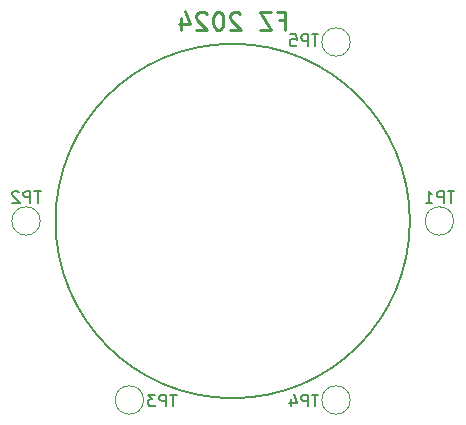
<source format=gbr>
%TF.GenerationSoftware,KiCad,Pcbnew,7.0.10-7.0.10~ubuntu20.04.1*%
%TF.CreationDate,2024-07-01T02:38:11+03:00*%
%TF.ProjectId,Tacho,54616368-6f2e-46b6-9963-61645f706362,rev?*%
%TF.SameCoordinates,Original*%
%TF.FileFunction,Legend,Bot*%
%TF.FilePolarity,Positive*%
%FSLAX46Y46*%
G04 Gerber Fmt 4.6, Leading zero omitted, Abs format (unit mm)*
G04 Created by KiCad (PCBNEW 7.0.10-7.0.10~ubuntu20.04.1) date 2024-07-01 02:38:11*
%MOMM*%
%LPD*%
G01*
G04 APERTURE LIST*
%ADD10C,0.250000*%
%ADD11C,0.150000*%
%ADD12C,0.120000*%
G04 APERTURE END LIST*
D10*
X103928570Y-83017714D02*
X104428570Y-83017714D01*
X104428570Y-83803428D02*
X104428570Y-82303428D01*
X104428570Y-82303428D02*
X103714284Y-82303428D01*
X103285713Y-82303428D02*
X102285713Y-82303428D01*
X102285713Y-82303428D02*
X103285713Y-83803428D01*
X103285713Y-83803428D02*
X102285713Y-83803428D01*
X100642856Y-82446285D02*
X100571428Y-82374857D01*
X100571428Y-82374857D02*
X100428571Y-82303428D01*
X100428571Y-82303428D02*
X100071428Y-82303428D01*
X100071428Y-82303428D02*
X99928571Y-82374857D01*
X99928571Y-82374857D02*
X99857142Y-82446285D01*
X99857142Y-82446285D02*
X99785713Y-82589142D01*
X99785713Y-82589142D02*
X99785713Y-82732000D01*
X99785713Y-82732000D02*
X99857142Y-82946285D01*
X99857142Y-82946285D02*
X100714285Y-83803428D01*
X100714285Y-83803428D02*
X99785713Y-83803428D01*
X98857142Y-82303428D02*
X98714285Y-82303428D01*
X98714285Y-82303428D02*
X98571428Y-82374857D01*
X98571428Y-82374857D02*
X98500000Y-82446285D01*
X98500000Y-82446285D02*
X98428571Y-82589142D01*
X98428571Y-82589142D02*
X98357142Y-82874857D01*
X98357142Y-82874857D02*
X98357142Y-83232000D01*
X98357142Y-83232000D02*
X98428571Y-83517714D01*
X98428571Y-83517714D02*
X98500000Y-83660571D01*
X98500000Y-83660571D02*
X98571428Y-83732000D01*
X98571428Y-83732000D02*
X98714285Y-83803428D01*
X98714285Y-83803428D02*
X98857142Y-83803428D01*
X98857142Y-83803428D02*
X99000000Y-83732000D01*
X99000000Y-83732000D02*
X99071428Y-83660571D01*
X99071428Y-83660571D02*
X99142857Y-83517714D01*
X99142857Y-83517714D02*
X99214285Y-83232000D01*
X99214285Y-83232000D02*
X99214285Y-82874857D01*
X99214285Y-82874857D02*
X99142857Y-82589142D01*
X99142857Y-82589142D02*
X99071428Y-82446285D01*
X99071428Y-82446285D02*
X99000000Y-82374857D01*
X99000000Y-82374857D02*
X98857142Y-82303428D01*
X97785714Y-82446285D02*
X97714286Y-82374857D01*
X97714286Y-82374857D02*
X97571429Y-82303428D01*
X97571429Y-82303428D02*
X97214286Y-82303428D01*
X97214286Y-82303428D02*
X97071429Y-82374857D01*
X97071429Y-82374857D02*
X97000000Y-82446285D01*
X97000000Y-82446285D02*
X96928571Y-82589142D01*
X96928571Y-82589142D02*
X96928571Y-82732000D01*
X96928571Y-82732000D02*
X97000000Y-82946285D01*
X97000000Y-82946285D02*
X97857143Y-83803428D01*
X97857143Y-83803428D02*
X96928571Y-83803428D01*
X95642858Y-82803428D02*
X95642858Y-83803428D01*
X96000000Y-82232000D02*
X96357143Y-83303428D01*
X96357143Y-83303428D02*
X95428572Y-83303428D01*
D11*
X115000000Y-100000000D02*
G75*
G03*
X85000000Y-100000000I-15000000J0D01*
G01*
X85000000Y-100000000D02*
G75*
G03*
X115000000Y-100000000I15000000J0D01*
G01*
X118761904Y-97456819D02*
X118190476Y-97456819D01*
X118476190Y-98456819D02*
X118476190Y-97456819D01*
X117857142Y-98456819D02*
X117857142Y-97456819D01*
X117857142Y-97456819D02*
X117476190Y-97456819D01*
X117476190Y-97456819D02*
X117380952Y-97504438D01*
X117380952Y-97504438D02*
X117333333Y-97552057D01*
X117333333Y-97552057D02*
X117285714Y-97647295D01*
X117285714Y-97647295D02*
X117285714Y-97790152D01*
X117285714Y-97790152D02*
X117333333Y-97885390D01*
X117333333Y-97885390D02*
X117380952Y-97933009D01*
X117380952Y-97933009D02*
X117476190Y-97980628D01*
X117476190Y-97980628D02*
X117857142Y-97980628D01*
X116333333Y-98456819D02*
X116904761Y-98456819D01*
X116619047Y-98456819D02*
X116619047Y-97456819D01*
X116619047Y-97456819D02*
X116714285Y-97599676D01*
X116714285Y-97599676D02*
X116809523Y-97694914D01*
X116809523Y-97694914D02*
X116904761Y-97742533D01*
X83761904Y-97456819D02*
X83190476Y-97456819D01*
X83476190Y-98456819D02*
X83476190Y-97456819D01*
X82857142Y-98456819D02*
X82857142Y-97456819D01*
X82857142Y-97456819D02*
X82476190Y-97456819D01*
X82476190Y-97456819D02*
X82380952Y-97504438D01*
X82380952Y-97504438D02*
X82333333Y-97552057D01*
X82333333Y-97552057D02*
X82285714Y-97647295D01*
X82285714Y-97647295D02*
X82285714Y-97790152D01*
X82285714Y-97790152D02*
X82333333Y-97885390D01*
X82333333Y-97885390D02*
X82380952Y-97933009D01*
X82380952Y-97933009D02*
X82476190Y-97980628D01*
X82476190Y-97980628D02*
X82857142Y-97980628D01*
X81904761Y-97552057D02*
X81857142Y-97504438D01*
X81857142Y-97504438D02*
X81761904Y-97456819D01*
X81761904Y-97456819D02*
X81523809Y-97456819D01*
X81523809Y-97456819D02*
X81428571Y-97504438D01*
X81428571Y-97504438D02*
X81380952Y-97552057D01*
X81380952Y-97552057D02*
X81333333Y-97647295D01*
X81333333Y-97647295D02*
X81333333Y-97742533D01*
X81333333Y-97742533D02*
X81380952Y-97885390D01*
X81380952Y-97885390D02*
X81952380Y-98456819D01*
X81952380Y-98456819D02*
X81333333Y-98456819D01*
X107261904Y-84204819D02*
X106690476Y-84204819D01*
X106976190Y-85204819D02*
X106976190Y-84204819D01*
X106357142Y-85204819D02*
X106357142Y-84204819D01*
X106357142Y-84204819D02*
X105976190Y-84204819D01*
X105976190Y-84204819D02*
X105880952Y-84252438D01*
X105880952Y-84252438D02*
X105833333Y-84300057D01*
X105833333Y-84300057D02*
X105785714Y-84395295D01*
X105785714Y-84395295D02*
X105785714Y-84538152D01*
X105785714Y-84538152D02*
X105833333Y-84633390D01*
X105833333Y-84633390D02*
X105880952Y-84681009D01*
X105880952Y-84681009D02*
X105976190Y-84728628D01*
X105976190Y-84728628D02*
X106357142Y-84728628D01*
X104880952Y-84204819D02*
X105357142Y-84204819D01*
X105357142Y-84204819D02*
X105404761Y-84681009D01*
X105404761Y-84681009D02*
X105357142Y-84633390D01*
X105357142Y-84633390D02*
X105261904Y-84585771D01*
X105261904Y-84585771D02*
X105023809Y-84585771D01*
X105023809Y-84585771D02*
X104928571Y-84633390D01*
X104928571Y-84633390D02*
X104880952Y-84681009D01*
X104880952Y-84681009D02*
X104833333Y-84776247D01*
X104833333Y-84776247D02*
X104833333Y-85014342D01*
X104833333Y-85014342D02*
X104880952Y-85109580D01*
X104880952Y-85109580D02*
X104928571Y-85157200D01*
X104928571Y-85157200D02*
X105023809Y-85204819D01*
X105023809Y-85204819D02*
X105261904Y-85204819D01*
X105261904Y-85204819D02*
X105357142Y-85157200D01*
X105357142Y-85157200D02*
X105404761Y-85109580D01*
X95261904Y-114704819D02*
X94690476Y-114704819D01*
X94976190Y-115704819D02*
X94976190Y-114704819D01*
X94357142Y-115704819D02*
X94357142Y-114704819D01*
X94357142Y-114704819D02*
X93976190Y-114704819D01*
X93976190Y-114704819D02*
X93880952Y-114752438D01*
X93880952Y-114752438D02*
X93833333Y-114800057D01*
X93833333Y-114800057D02*
X93785714Y-114895295D01*
X93785714Y-114895295D02*
X93785714Y-115038152D01*
X93785714Y-115038152D02*
X93833333Y-115133390D01*
X93833333Y-115133390D02*
X93880952Y-115181009D01*
X93880952Y-115181009D02*
X93976190Y-115228628D01*
X93976190Y-115228628D02*
X94357142Y-115228628D01*
X93452380Y-114704819D02*
X92833333Y-114704819D01*
X92833333Y-114704819D02*
X93166666Y-115085771D01*
X93166666Y-115085771D02*
X93023809Y-115085771D01*
X93023809Y-115085771D02*
X92928571Y-115133390D01*
X92928571Y-115133390D02*
X92880952Y-115181009D01*
X92880952Y-115181009D02*
X92833333Y-115276247D01*
X92833333Y-115276247D02*
X92833333Y-115514342D01*
X92833333Y-115514342D02*
X92880952Y-115609580D01*
X92880952Y-115609580D02*
X92928571Y-115657200D01*
X92928571Y-115657200D02*
X93023809Y-115704819D01*
X93023809Y-115704819D02*
X93309523Y-115704819D01*
X93309523Y-115704819D02*
X93404761Y-115657200D01*
X93404761Y-115657200D02*
X93452380Y-115609580D01*
X107261904Y-114704819D02*
X106690476Y-114704819D01*
X106976190Y-115704819D02*
X106976190Y-114704819D01*
X106357142Y-115704819D02*
X106357142Y-114704819D01*
X106357142Y-114704819D02*
X105976190Y-114704819D01*
X105976190Y-114704819D02*
X105880952Y-114752438D01*
X105880952Y-114752438D02*
X105833333Y-114800057D01*
X105833333Y-114800057D02*
X105785714Y-114895295D01*
X105785714Y-114895295D02*
X105785714Y-115038152D01*
X105785714Y-115038152D02*
X105833333Y-115133390D01*
X105833333Y-115133390D02*
X105880952Y-115181009D01*
X105880952Y-115181009D02*
X105976190Y-115228628D01*
X105976190Y-115228628D02*
X106357142Y-115228628D01*
X104928571Y-115038152D02*
X104928571Y-115704819D01*
X105166666Y-114657200D02*
X105404761Y-115371485D01*
X105404761Y-115371485D02*
X104785714Y-115371485D01*
D12*
%TO.C,TP1*%
X118700000Y-100000000D02*
G75*
G03*
X116300000Y-100000000I-1200000J0D01*
G01*
X116300000Y-100000000D02*
G75*
G03*
X118700000Y-100000000I1200000J0D01*
G01*
%TO.C,TP2*%
X83700000Y-100000000D02*
G75*
G03*
X81300000Y-100000000I-1200000J0D01*
G01*
X81300000Y-100000000D02*
G75*
G03*
X83700000Y-100000000I1200000J0D01*
G01*
%TO.C,TP5*%
X109950000Y-84844555D02*
G75*
G03*
X107550000Y-84844555I-1200000J0D01*
G01*
X107550000Y-84844555D02*
G75*
G03*
X109950000Y-84844555I1200000J0D01*
G01*
%TO.C,TP3*%
X92450000Y-115155445D02*
G75*
G03*
X90050000Y-115155445I-1200000J0D01*
G01*
X90050000Y-115155445D02*
G75*
G03*
X92450000Y-115155445I1200000J0D01*
G01*
%TO.C,TP4*%
X109950000Y-115155445D02*
G75*
G03*
X107550000Y-115155445I-1200000J0D01*
G01*
X107550000Y-115155445D02*
G75*
G03*
X109950000Y-115155445I1200000J0D01*
G01*
%TD*%
M02*

</source>
